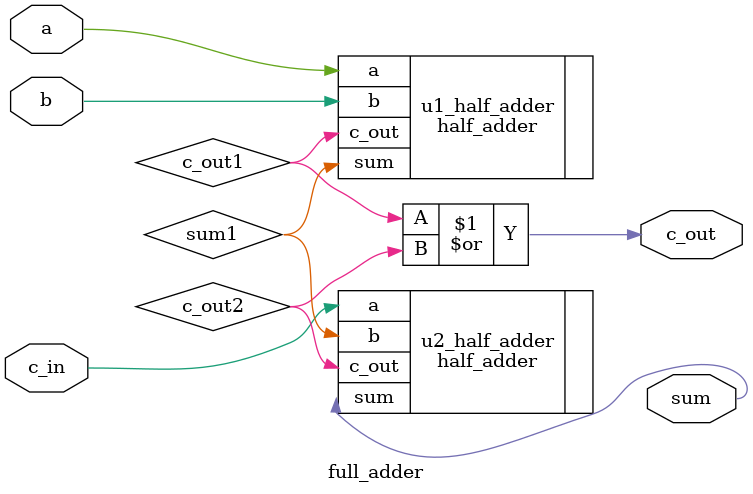
<source format=v>
`timescale 1ns / 1ps


module full_adder(
    input a,
    input b,
    input c_in,
    output sum,
    output c_out
    );
    wire sum1;
    wire c_out1,c_out2;
    half_adder u1_half_adder(
    	.a     (a     ),
        .b     (b     ),
        .sum   (sum1   ),
        .c_out (c_out1 )
    );
    half_adder u2_half_adder(
    	.a     (c_in     ),
        .b     (sum1     ),
        .sum   (sum   ),
        .c_out (c_out2 )
    );
    assign c_out = c_out1|c_out2;
endmodule

</source>
